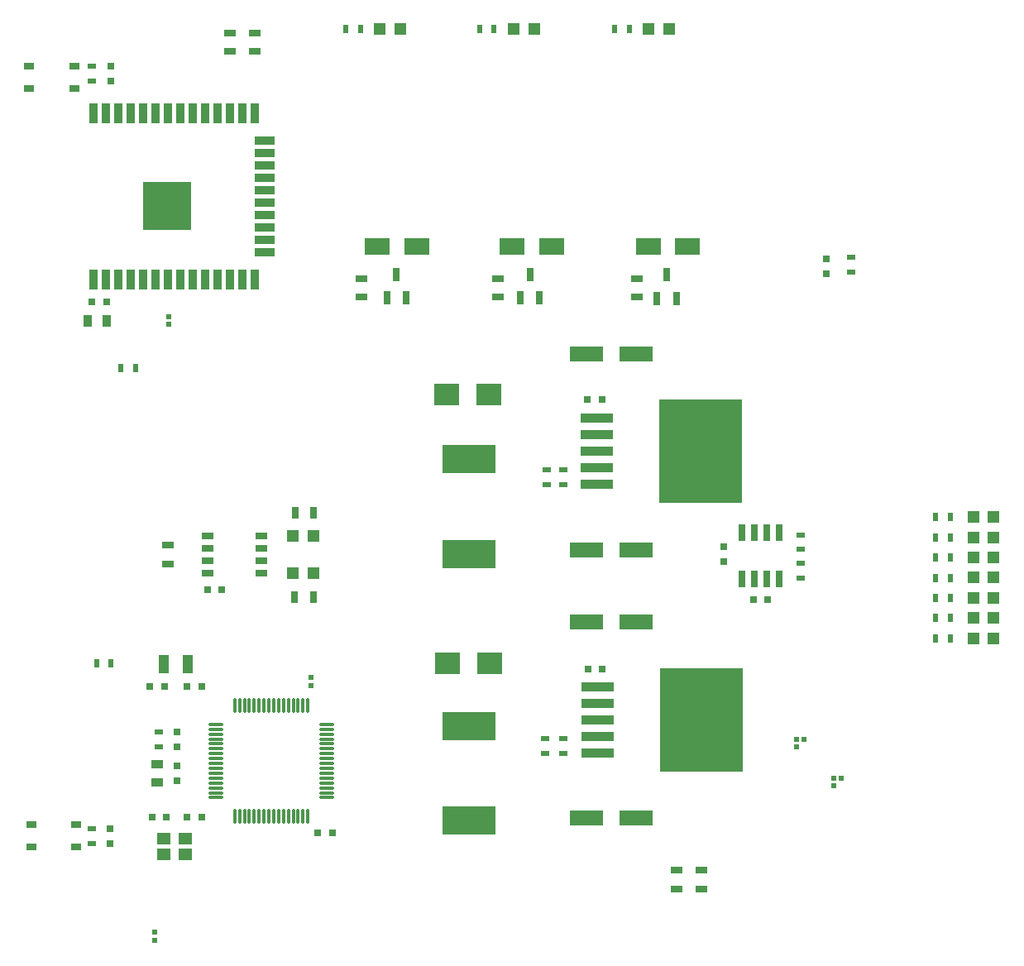
<source format=gbr>
%TF.GenerationSoftware,Altium Limited,Altium Designer,21.8.1 (53)*%
G04 Layer_Color=8421504*
%FSLAX45Y45*%
%MOMM*%
%TF.SameCoordinates,BA403207-4E74-424F-88DB-B819054AD5B4*%
%TF.FilePolarity,Positive*%
%TF.FileFunction,Paste,Top*%
%TF.Part,Single*%
G01*
G75*
%TA.AperFunction,SMDPad,CuDef*%
%ADD10R,3.50000X1.60000*%
%ADD11R,0.80000X0.80000*%
%ADD12R,0.72000X1.78000*%
%ADD13R,0.90000X0.60000*%
%ADD14R,0.60000X0.60000*%
G04:AMPARAMS|DCode=15|XSize=1.47mm|YSize=0.28mm|CornerRadius=0.035mm|HoleSize=0mm|Usage=FLASHONLY|Rotation=90.000|XOffset=0mm|YOffset=0mm|HoleType=Round|Shape=RoundedRectangle|*
%AMROUNDEDRECTD15*
21,1,1.47000,0.21000,0,0,90.0*
21,1,1.40000,0.28000,0,0,90.0*
1,1,0.07000,0.10500,0.70000*
1,1,0.07000,0.10500,-0.70000*
1,1,0.07000,-0.10500,-0.70000*
1,1,0.07000,-0.10500,0.70000*
%
%ADD15ROUNDEDRECTD15*%
G04:AMPARAMS|DCode=16|XSize=1.47mm|YSize=0.28mm|CornerRadius=0.035mm|HoleSize=0mm|Usage=FLASHONLY|Rotation=0.000|XOffset=0mm|YOffset=0mm|HoleType=Round|Shape=RoundedRectangle|*
%AMROUNDEDRECTD16*
21,1,1.47000,0.21000,0,0,0.0*
21,1,1.40000,0.28000,0,0,0.0*
1,1,0.07000,0.70000,-0.10500*
1,1,0.07000,-0.70000,-0.10500*
1,1,0.07000,-0.70000,0.10500*
1,1,0.07000,0.70000,0.10500*
%
%ADD16ROUNDEDRECTD16*%
%ADD17R,0.90000X2.00000*%
%ADD18R,2.00000X0.90000*%
%ADD19R,5.00000X5.00000*%
%ADD20R,1.30000X0.70000*%
%ADD21R,0.60000X0.60000*%
%ADD22R,0.80000X0.80000*%
%ADD23R,0.90000X0.50000*%
%ADD24R,2.50000X2.30000*%
%ADD25R,5.40000X2.90000*%
%ADD28R,0.70000X1.30000*%
%ADD29R,1.20000X1.20000*%
%ADD30R,1.20000X0.80000*%
%ADD31R,0.60000X0.90000*%
%TA.AperFunction,ConnectorPad*%
%ADD32R,0.60000X0.90000*%
%TA.AperFunction,SMDPad,CuDef*%
%ADD33R,2.50000X1.80000*%
%ADD34R,0.50000X0.90000*%
%ADD35R,0.80000X1.40000*%
%ADD36R,1.00000X0.70000*%
%ADD37R,1.40000X1.20000*%
%ADD38R,1.30000X0.90000*%
%ADD39R,1.10000X1.90000*%
%ADD40R,0.90000X1.30000*%
G36*
X5663130Y-7061818D02*
X5333130D01*
Y-6971818D01*
X5663130D01*
Y-7061818D01*
D02*
G37*
G36*
Y-7231818D02*
X5333130D01*
Y-7141818D01*
X5663130D01*
Y-7231818D01*
D02*
G37*
G36*
Y-7401818D02*
X5333130D01*
Y-7311818D01*
X5663130D01*
Y-7401818D01*
D02*
G37*
G36*
Y-7571818D02*
X5333130D01*
Y-7481818D01*
X5663130D01*
Y-7571818D01*
D02*
G37*
G36*
Y-7741818D02*
X5333130D01*
Y-7651818D01*
X5663130D01*
Y-7741818D01*
D02*
G37*
G36*
X6983130Y-7886818D02*
X6133130D01*
Y-6826818D01*
X6983130D01*
Y-7886818D01*
D02*
G37*
G36*
X5655189Y-4310923D02*
X5325189D01*
Y-4220922D01*
X5655189D01*
Y-4310923D01*
D02*
G37*
G36*
Y-4480922D02*
X5325189D01*
Y-4390922D01*
X5655189D01*
Y-4480922D01*
D02*
G37*
G36*
Y-4650922D02*
X5325189D01*
Y-4560923D01*
X5655189D01*
Y-4650922D01*
D02*
G37*
G36*
Y-4820923D02*
X5325189D01*
Y-4730922D01*
X5655189D01*
Y-4820923D01*
D02*
G37*
G36*
Y-4990922D02*
X5325189D01*
Y-4900922D01*
X5655189D01*
Y-4990922D01*
D02*
G37*
G36*
X6975189Y-5135922D02*
X6125189D01*
Y-4075923D01*
X6975189D01*
Y-5135922D01*
D02*
G37*
D10*
X5380189Y-5615922D02*
D03*
X5888189D02*
D03*
X5890133Y-6356502D02*
D03*
X5382133D02*
D03*
X5380189Y-3605922D02*
D03*
X5888189D02*
D03*
X5382133Y-8356502D02*
D03*
X5890133D02*
D03*
D11*
X2781716Y-8512099D02*
D03*
X2631716D02*
D03*
X7087364Y-6128094D02*
D03*
X7237364D02*
D03*
X5540189Y-4075922D02*
D03*
X5390189D02*
D03*
X5395133Y-6839002D02*
D03*
X5545133D02*
D03*
X1649211Y-6027013D02*
D03*
X1499211D02*
D03*
X1081843Y-8353884D02*
D03*
X931843D02*
D03*
X1291843D02*
D03*
X1441843D02*
D03*
X1291843Y-7013884D02*
D03*
X1441843D02*
D03*
X911843D02*
D03*
X1061843D02*
D03*
X317500Y-3075000D02*
D03*
X467500D02*
D03*
D12*
X7352901Y-5909292D02*
D03*
X7225901D02*
D03*
X7098901D02*
D03*
X6971901D02*
D03*
Y-5441292D02*
D03*
X7098901D02*
D03*
X7225901D02*
D03*
X7352901D02*
D03*
D13*
X7571939Y-5610583D02*
D03*
Y-5460583D02*
D03*
X7571536Y-5903947D02*
D03*
Y-5753947D02*
D03*
X1000000Y-7630000D02*
D03*
Y-7480000D02*
D03*
D14*
X2560886Y-7002574D02*
D03*
Y-6922574D02*
D03*
X1108000Y-3305000D02*
D03*
Y-3225000D02*
D03*
X7528516Y-7634371D02*
D03*
Y-7554371D02*
D03*
X961290Y-9529885D02*
D03*
Y-9609885D02*
D03*
X7909882Y-8032963D02*
D03*
Y-7952963D02*
D03*
D15*
X1780001Y-8344000D02*
D03*
X1830000D02*
D03*
X1880001D02*
D03*
X1930000D02*
D03*
X1980001D02*
D03*
X2030001D02*
D03*
X2080000D02*
D03*
X2130001D02*
D03*
X2180000D02*
D03*
X2230001D02*
D03*
X2280001D02*
D03*
X2330000D02*
D03*
X2380001D02*
D03*
X2430000D02*
D03*
X2480001D02*
D03*
X2530001D02*
D03*
Y-7210000D02*
D03*
X2480001D02*
D03*
X2430000D02*
D03*
X2380001D02*
D03*
X2330000D02*
D03*
X2280001D02*
D03*
X2230001D02*
D03*
X2180000D02*
D03*
X2130001D02*
D03*
X2080000D02*
D03*
X2030001D02*
D03*
X1980001D02*
D03*
X1930000D02*
D03*
X1880001D02*
D03*
X1830000D02*
D03*
X1780001D02*
D03*
D16*
X1588001Y-7402000D02*
D03*
Y-7452000D02*
D03*
Y-7502000D02*
D03*
Y-7552000D02*
D03*
Y-7602000D02*
D03*
Y-7652000D02*
D03*
Y-7702000D02*
D03*
Y-7752000D02*
D03*
Y-7802000D02*
D03*
Y-7852000D02*
D03*
Y-7902000D02*
D03*
Y-7952000D02*
D03*
Y-8002000D02*
D03*
Y-8052000D02*
D03*
Y-8102000D02*
D03*
Y-8152000D02*
D03*
X2722000D02*
D03*
Y-8102000D02*
D03*
Y-8052000D02*
D03*
Y-8002000D02*
D03*
Y-7952000D02*
D03*
Y-7902000D02*
D03*
Y-7852000D02*
D03*
Y-7802000D02*
D03*
Y-7752000D02*
D03*
Y-7702000D02*
D03*
Y-7652000D02*
D03*
Y-7602000D02*
D03*
Y-7552000D02*
D03*
Y-7502000D02*
D03*
Y-7452000D02*
D03*
Y-7402000D02*
D03*
D17*
X334000Y-1147332D02*
D03*
X461000D02*
D03*
X588000D02*
D03*
X715000D02*
D03*
X842000D02*
D03*
X969000D02*
D03*
X1096000D02*
D03*
X1223000D02*
D03*
X1350000D02*
D03*
X1477000D02*
D03*
X1604000D02*
D03*
X1731000D02*
D03*
X1858000D02*
D03*
X1985000D02*
D03*
Y-2847332D02*
D03*
X1858000D02*
D03*
X1731000D02*
D03*
X1604000D02*
D03*
X1477000D02*
D03*
X1350000D02*
D03*
X1223000D02*
D03*
X1096000D02*
D03*
X969000D02*
D03*
X842000D02*
D03*
X715000D02*
D03*
X588000D02*
D03*
X461000D02*
D03*
X334000D02*
D03*
D18*
X2085000Y-1425832D02*
D03*
Y-1552832D02*
D03*
Y-1679832D02*
D03*
Y-1806832D02*
D03*
Y-1933832D02*
D03*
Y-2060832D02*
D03*
Y-2187832D02*
D03*
Y-2314832D02*
D03*
Y-2441832D02*
D03*
Y-2568832D02*
D03*
D19*
X1084100Y-2097633D02*
D03*
D20*
X1100000Y-5758000D02*
D03*
Y-5568000D02*
D03*
X6299500Y-9085325D02*
D03*
Y-8895325D02*
D03*
X6553500Y-9085325D02*
D03*
Y-8895325D02*
D03*
X1728488Y-514094D02*
D03*
Y-324095D02*
D03*
X1984073Y-514094D02*
D03*
Y-324095D02*
D03*
X5900000Y-2840000D02*
D03*
Y-3030000D02*
D03*
X3077500Y-2837500D02*
D03*
Y-3027500D02*
D03*
X4472447Y-3027501D02*
D03*
Y-2837501D02*
D03*
D21*
X7528516Y-7554371D02*
D03*
X7608516D02*
D03*
X7989882Y-7952963D02*
D03*
X7909882D02*
D03*
D22*
X6787786Y-5583733D02*
D03*
Y-5733733D02*
D03*
X7832450Y-2637164D02*
D03*
Y-2787164D02*
D03*
X1192500Y-7980000D02*
D03*
Y-7830000D02*
D03*
Y-7630000D02*
D03*
Y-7480000D02*
D03*
X514705Y-665000D02*
D03*
Y-815000D02*
D03*
X500000Y-8620000D02*
D03*
Y-8470000D02*
D03*
D23*
X4960133Y-7546502D02*
D03*
Y-7696502D02*
D03*
X5140133D02*
D03*
Y-7546502D02*
D03*
X5140189Y-4945922D02*
D03*
Y-4795922D02*
D03*
X4970189Y-4945922D02*
D03*
Y-4795922D02*
D03*
X8087629Y-2773733D02*
D03*
Y-2623733D02*
D03*
X317500Y-815000D02*
D03*
Y-665000D02*
D03*
X320000Y-8470000D02*
D03*
Y-8620000D02*
D03*
D24*
X3950189Y-4025922D02*
D03*
X4380189D02*
D03*
X3957633Y-6774002D02*
D03*
X4387633D02*
D03*
D25*
X4180133Y-7416502D02*
D03*
Y-8386502D02*
D03*
X4180190Y-5655922D02*
D03*
Y-4685922D02*
D03*
D28*
X2583155Y-6097502D02*
D03*
X2393155D02*
D03*
X2588155Y-5237502D02*
D03*
X2398155D02*
D03*
D29*
X2588511Y-5855002D02*
D03*
X2378511D02*
D03*
X2588511Y-5473480D02*
D03*
X2378511D02*
D03*
X3475210Y-281088D02*
D03*
X3265210D02*
D03*
X4843339Y-282439D02*
D03*
X4633339D02*
D03*
X6227542Y-278741D02*
D03*
X6017542D02*
D03*
X9550000Y-6520930D02*
D03*
X9340000D02*
D03*
Y-6105443D02*
D03*
X9550000D02*
D03*
X9340000Y-5696042D02*
D03*
X9550000D02*
D03*
X9340000Y-5490000D02*
D03*
X9550000D02*
D03*
Y-5280000D02*
D03*
X9340000D02*
D03*
Y-5900000D02*
D03*
X9550000D02*
D03*
X9340000Y-6313844D02*
D03*
X9550000D02*
D03*
D30*
X2050368Y-5853636D02*
D03*
Y-5726636D02*
D03*
Y-5599636D02*
D03*
Y-5472636D02*
D03*
X1500368Y-5853636D02*
D03*
Y-5726636D02*
D03*
Y-5599636D02*
D03*
Y-5472636D02*
D03*
D31*
X2917272Y-281996D02*
D03*
X3067272D02*
D03*
X4285726Y-284134D02*
D03*
X4435726D02*
D03*
X9103680Y-5280000D02*
D03*
X8953680D02*
D03*
D32*
X5670000Y-280000D02*
D03*
X5820000D02*
D03*
D33*
X6014542Y-2512500D02*
D03*
X6414542D02*
D03*
X3642500Y-2512500D02*
D03*
X3242500D02*
D03*
X4622702Y-2512500D02*
D03*
X5022702D02*
D03*
D34*
X9103461Y-5696364D02*
D03*
X8953461D02*
D03*
X9103680Y-6106794D02*
D03*
X8953680D02*
D03*
X767500Y-3752500D02*
D03*
X617500D02*
D03*
X515000Y-6775000D02*
D03*
X365000D02*
D03*
X8953680Y-5901036D02*
D03*
X9103680D02*
D03*
Y-6520697D02*
D03*
X8953680D02*
D03*
Y-5490000D02*
D03*
X9103680D02*
D03*
X9104390Y-6313388D02*
D03*
X8954390D02*
D03*
D35*
X6100000Y-3040000D02*
D03*
X6300000D02*
D03*
X6200000Y-2800000D02*
D03*
X3436250Y-2795000D02*
D03*
X3536250Y-3035000D02*
D03*
X3336250D02*
D03*
X4801961Y-2795000D02*
D03*
X4901961Y-3035000D02*
D03*
X4701961D02*
D03*
D36*
X-300000Y-8430000D02*
D03*
D03*
Y-8655000D02*
D03*
X160000D02*
D03*
Y-8430000D02*
D03*
X137500Y-665000D02*
D03*
Y-890000D02*
D03*
X-322500D02*
D03*
Y-665000D02*
D03*
D03*
D37*
X1271843Y-8573884D02*
D03*
X1051843D02*
D03*
Y-8733884D02*
D03*
X1271843D02*
D03*
D38*
X988951Y-7997316D02*
D03*
Y-7807316D02*
D03*
D39*
X1301843Y-6783884D02*
D03*
X1051843D02*
D03*
D40*
X467500Y-3275000D02*
D03*
X277500D02*
D03*
%TF.MD5,0aa601469ccf48ba380db6ef710ce6d2*%
M02*

</source>
